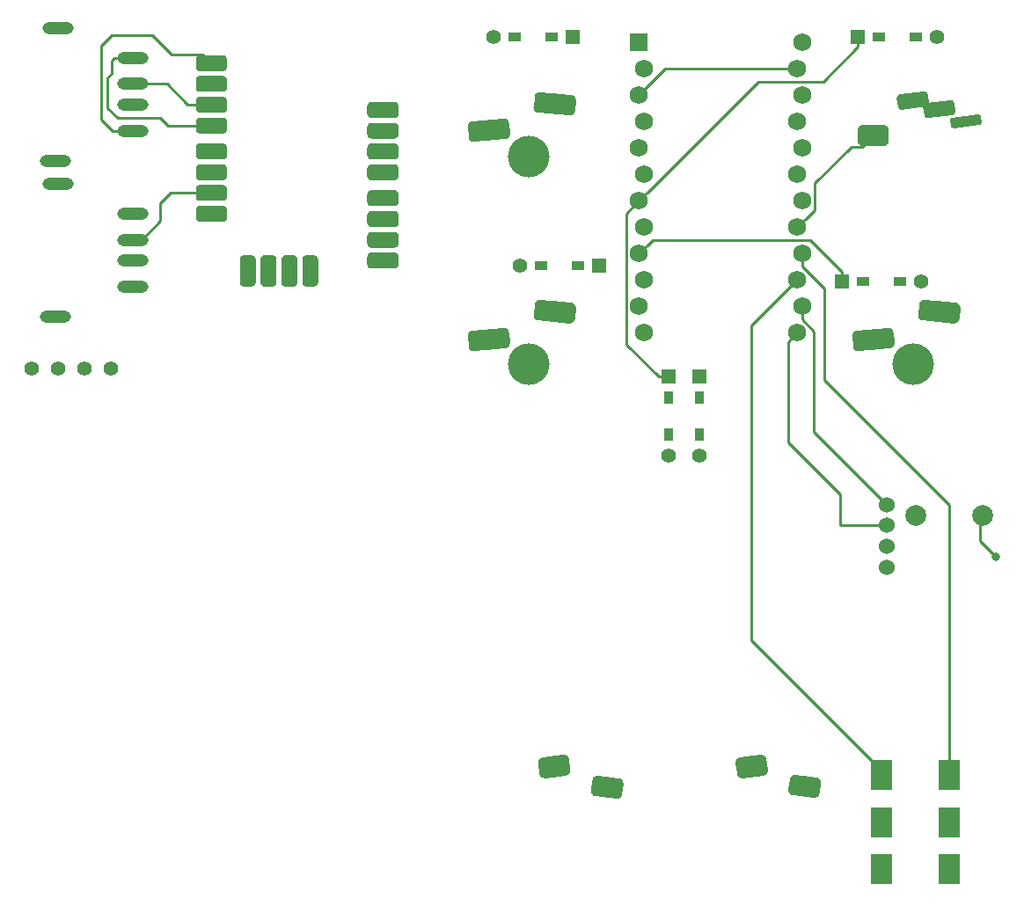
<source format=gbr>
G04 #@! TF.GenerationSoftware,KiCad,Pcbnew,(5.1.2)-2*
G04 #@! TF.CreationDate,2019-07-15T17:49:31+09:00*
G04 #@! TF.ProjectId,meishi,6d656973-6869-42e6-9b69-6361645f7063,rev?*
G04 #@! TF.SameCoordinates,Original*
G04 #@! TF.FileFunction,Copper,L2,Bot*
G04 #@! TF.FilePolarity,Positive*
%FSLAX46Y46*%
G04 Gerber Fmt 4.6, Leading zero omitted, Abs format (unit mm)*
G04 Created by KiCad (PCBNEW (5.1.2)-2) date 2019-07-15 17:49:31*
%MOMM*%
%LPD*%
G04 APERTURE LIST*
%ADD10C,1.397000*%
%ADD11C,1.524000*%
%ADD12C,0.100000*%
%ADD13O,3.000000X1.200000*%
%ADD14R,1.300000X0.950000*%
%ADD15R,1.397000X1.397000*%
%ADD16R,0.950000X1.300000*%
%ADD17C,2.000000*%
%ADD18C,1.500000*%
%ADD19C,1.000000*%
%ADD20C,4.000000*%
%ADD21R,2.000000X3.000000*%
%ADD22C,1.752600*%
%ADD23R,1.752600X1.752600*%
%ADD24C,0.800000*%
%ADD25C,0.250000*%
G04 APERTURE END LIST*
D10*
X75820000Y-84900000D03*
X73280000Y-84900000D03*
X70740000Y-84900000D03*
X68200000Y-84900000D03*
D11*
X150500000Y-98000000D03*
X150500000Y-100000000D03*
X150500000Y-102000000D03*
X150500000Y-104000000D03*
D12*
G36*
X103156345Y-59239835D02*
G01*
X103193329Y-59245321D01*
X103229598Y-59254406D01*
X103264802Y-59267002D01*
X103298602Y-59282988D01*
X103330672Y-59302210D01*
X103360704Y-59324483D01*
X103388408Y-59349592D01*
X103413517Y-59377296D01*
X103435790Y-59407328D01*
X103455012Y-59439398D01*
X103470998Y-59473198D01*
X103483594Y-59508402D01*
X103492679Y-59544671D01*
X103498165Y-59581655D01*
X103500000Y-59619000D01*
X103500000Y-60381000D01*
X103498165Y-60418345D01*
X103492679Y-60455329D01*
X103483594Y-60491598D01*
X103470998Y-60526802D01*
X103455012Y-60560602D01*
X103435790Y-60592672D01*
X103413517Y-60622704D01*
X103388408Y-60650408D01*
X103360704Y-60675517D01*
X103330672Y-60697790D01*
X103298602Y-60717012D01*
X103264802Y-60732998D01*
X103229598Y-60745594D01*
X103193329Y-60754679D01*
X103156345Y-60760165D01*
X103119000Y-60762000D01*
X100881000Y-60762000D01*
X100843655Y-60760165D01*
X100806671Y-60754679D01*
X100770402Y-60745594D01*
X100735198Y-60732998D01*
X100701398Y-60717012D01*
X100669328Y-60697790D01*
X100639296Y-60675517D01*
X100611592Y-60650408D01*
X100586483Y-60622704D01*
X100564210Y-60592672D01*
X100544988Y-60560602D01*
X100529002Y-60526802D01*
X100516406Y-60491598D01*
X100507321Y-60455329D01*
X100501835Y-60418345D01*
X100500000Y-60381000D01*
X100500000Y-59619000D01*
X100501835Y-59581655D01*
X100507321Y-59544671D01*
X100516406Y-59508402D01*
X100529002Y-59473198D01*
X100544988Y-59439398D01*
X100564210Y-59407328D01*
X100586483Y-59377296D01*
X100611592Y-59349592D01*
X100639296Y-59324483D01*
X100669328Y-59302210D01*
X100701398Y-59282988D01*
X100735198Y-59267002D01*
X100770402Y-59254406D01*
X100806671Y-59245321D01*
X100843655Y-59239835D01*
X100881000Y-59238000D01*
X103119000Y-59238000D01*
X103156345Y-59239835D01*
X103156345Y-59239835D01*
G37*
D11*
X102000000Y-60000000D03*
D12*
G36*
X103156345Y-61239835D02*
G01*
X103193329Y-61245321D01*
X103229598Y-61254406D01*
X103264802Y-61267002D01*
X103298602Y-61282988D01*
X103330672Y-61302210D01*
X103360704Y-61324483D01*
X103388408Y-61349592D01*
X103413517Y-61377296D01*
X103435790Y-61407328D01*
X103455012Y-61439398D01*
X103470998Y-61473198D01*
X103483594Y-61508402D01*
X103492679Y-61544671D01*
X103498165Y-61581655D01*
X103500000Y-61619000D01*
X103500000Y-62381000D01*
X103498165Y-62418345D01*
X103492679Y-62455329D01*
X103483594Y-62491598D01*
X103470998Y-62526802D01*
X103455012Y-62560602D01*
X103435790Y-62592672D01*
X103413517Y-62622704D01*
X103388408Y-62650408D01*
X103360704Y-62675517D01*
X103330672Y-62697790D01*
X103298602Y-62717012D01*
X103264802Y-62732998D01*
X103229598Y-62745594D01*
X103193329Y-62754679D01*
X103156345Y-62760165D01*
X103119000Y-62762000D01*
X100881000Y-62762000D01*
X100843655Y-62760165D01*
X100806671Y-62754679D01*
X100770402Y-62745594D01*
X100735198Y-62732998D01*
X100701398Y-62717012D01*
X100669328Y-62697790D01*
X100639296Y-62675517D01*
X100611592Y-62650408D01*
X100586483Y-62622704D01*
X100564210Y-62592672D01*
X100544988Y-62560602D01*
X100529002Y-62526802D01*
X100516406Y-62491598D01*
X100507321Y-62455329D01*
X100501835Y-62418345D01*
X100500000Y-62381000D01*
X100500000Y-61619000D01*
X100501835Y-61581655D01*
X100507321Y-61544671D01*
X100516406Y-61508402D01*
X100529002Y-61473198D01*
X100544988Y-61439398D01*
X100564210Y-61407328D01*
X100586483Y-61377296D01*
X100611592Y-61349592D01*
X100639296Y-61324483D01*
X100669328Y-61302210D01*
X100701398Y-61282988D01*
X100735198Y-61267002D01*
X100770402Y-61254406D01*
X100806671Y-61245321D01*
X100843655Y-61239835D01*
X100881000Y-61238000D01*
X103119000Y-61238000D01*
X103156345Y-61239835D01*
X103156345Y-61239835D01*
G37*
D11*
X102000000Y-62000000D03*
D12*
G36*
X103156345Y-63239835D02*
G01*
X103193329Y-63245321D01*
X103229598Y-63254406D01*
X103264802Y-63267002D01*
X103298602Y-63282988D01*
X103330672Y-63302210D01*
X103360704Y-63324483D01*
X103388408Y-63349592D01*
X103413517Y-63377296D01*
X103435790Y-63407328D01*
X103455012Y-63439398D01*
X103470998Y-63473198D01*
X103483594Y-63508402D01*
X103492679Y-63544671D01*
X103498165Y-63581655D01*
X103500000Y-63619000D01*
X103500000Y-64381000D01*
X103498165Y-64418345D01*
X103492679Y-64455329D01*
X103483594Y-64491598D01*
X103470998Y-64526802D01*
X103455012Y-64560602D01*
X103435790Y-64592672D01*
X103413517Y-64622704D01*
X103388408Y-64650408D01*
X103360704Y-64675517D01*
X103330672Y-64697790D01*
X103298602Y-64717012D01*
X103264802Y-64732998D01*
X103229598Y-64745594D01*
X103193329Y-64754679D01*
X103156345Y-64760165D01*
X103119000Y-64762000D01*
X100881000Y-64762000D01*
X100843655Y-64760165D01*
X100806671Y-64754679D01*
X100770402Y-64745594D01*
X100735198Y-64732998D01*
X100701398Y-64717012D01*
X100669328Y-64697790D01*
X100639296Y-64675517D01*
X100611592Y-64650408D01*
X100586483Y-64622704D01*
X100564210Y-64592672D01*
X100544988Y-64560602D01*
X100529002Y-64526802D01*
X100516406Y-64491598D01*
X100507321Y-64455329D01*
X100501835Y-64418345D01*
X100500000Y-64381000D01*
X100500000Y-63619000D01*
X100501835Y-63581655D01*
X100507321Y-63544671D01*
X100516406Y-63508402D01*
X100529002Y-63473198D01*
X100544988Y-63439398D01*
X100564210Y-63407328D01*
X100586483Y-63377296D01*
X100611592Y-63349592D01*
X100639296Y-63324483D01*
X100669328Y-63302210D01*
X100701398Y-63282988D01*
X100735198Y-63267002D01*
X100770402Y-63254406D01*
X100806671Y-63245321D01*
X100843655Y-63239835D01*
X100881000Y-63238000D01*
X103119000Y-63238000D01*
X103156345Y-63239835D01*
X103156345Y-63239835D01*
G37*
D11*
X102000000Y-64000000D03*
D12*
G36*
X103156345Y-65239835D02*
G01*
X103193329Y-65245321D01*
X103229598Y-65254406D01*
X103264802Y-65267002D01*
X103298602Y-65282988D01*
X103330672Y-65302210D01*
X103360704Y-65324483D01*
X103388408Y-65349592D01*
X103413517Y-65377296D01*
X103435790Y-65407328D01*
X103455012Y-65439398D01*
X103470998Y-65473198D01*
X103483594Y-65508402D01*
X103492679Y-65544671D01*
X103498165Y-65581655D01*
X103500000Y-65619000D01*
X103500000Y-66381000D01*
X103498165Y-66418345D01*
X103492679Y-66455329D01*
X103483594Y-66491598D01*
X103470998Y-66526802D01*
X103455012Y-66560602D01*
X103435790Y-66592672D01*
X103413517Y-66622704D01*
X103388408Y-66650408D01*
X103360704Y-66675517D01*
X103330672Y-66697790D01*
X103298602Y-66717012D01*
X103264802Y-66732998D01*
X103229598Y-66745594D01*
X103193329Y-66754679D01*
X103156345Y-66760165D01*
X103119000Y-66762000D01*
X100881000Y-66762000D01*
X100843655Y-66760165D01*
X100806671Y-66754679D01*
X100770402Y-66745594D01*
X100735198Y-66732998D01*
X100701398Y-66717012D01*
X100669328Y-66697790D01*
X100639296Y-66675517D01*
X100611592Y-66650408D01*
X100586483Y-66622704D01*
X100564210Y-66592672D01*
X100544988Y-66560602D01*
X100529002Y-66526802D01*
X100516406Y-66491598D01*
X100507321Y-66455329D01*
X100501835Y-66418345D01*
X100500000Y-66381000D01*
X100500000Y-65619000D01*
X100501835Y-65581655D01*
X100507321Y-65544671D01*
X100516406Y-65508402D01*
X100529002Y-65473198D01*
X100544988Y-65439398D01*
X100564210Y-65407328D01*
X100586483Y-65377296D01*
X100611592Y-65349592D01*
X100639296Y-65324483D01*
X100669328Y-65302210D01*
X100701398Y-65282988D01*
X100735198Y-65267002D01*
X100770402Y-65254406D01*
X100806671Y-65245321D01*
X100843655Y-65239835D01*
X100881000Y-65238000D01*
X103119000Y-65238000D01*
X103156345Y-65239835D01*
X103156345Y-65239835D01*
G37*
D11*
X102000000Y-66000000D03*
D12*
G36*
X103156345Y-67739835D02*
G01*
X103193329Y-67745321D01*
X103229598Y-67754406D01*
X103264802Y-67767002D01*
X103298602Y-67782988D01*
X103330672Y-67802210D01*
X103360704Y-67824483D01*
X103388408Y-67849592D01*
X103413517Y-67877296D01*
X103435790Y-67907328D01*
X103455012Y-67939398D01*
X103470998Y-67973198D01*
X103483594Y-68008402D01*
X103492679Y-68044671D01*
X103498165Y-68081655D01*
X103500000Y-68119000D01*
X103500000Y-68881000D01*
X103498165Y-68918345D01*
X103492679Y-68955329D01*
X103483594Y-68991598D01*
X103470998Y-69026802D01*
X103455012Y-69060602D01*
X103435790Y-69092672D01*
X103413517Y-69122704D01*
X103388408Y-69150408D01*
X103360704Y-69175517D01*
X103330672Y-69197790D01*
X103298602Y-69217012D01*
X103264802Y-69232998D01*
X103229598Y-69245594D01*
X103193329Y-69254679D01*
X103156345Y-69260165D01*
X103119000Y-69262000D01*
X100881000Y-69262000D01*
X100843655Y-69260165D01*
X100806671Y-69254679D01*
X100770402Y-69245594D01*
X100735198Y-69232998D01*
X100701398Y-69217012D01*
X100669328Y-69197790D01*
X100639296Y-69175517D01*
X100611592Y-69150408D01*
X100586483Y-69122704D01*
X100564210Y-69092672D01*
X100544988Y-69060602D01*
X100529002Y-69026802D01*
X100516406Y-68991598D01*
X100507321Y-68955329D01*
X100501835Y-68918345D01*
X100500000Y-68881000D01*
X100500000Y-68119000D01*
X100501835Y-68081655D01*
X100507321Y-68044671D01*
X100516406Y-68008402D01*
X100529002Y-67973198D01*
X100544988Y-67939398D01*
X100564210Y-67907328D01*
X100586483Y-67877296D01*
X100611592Y-67849592D01*
X100639296Y-67824483D01*
X100669328Y-67802210D01*
X100701398Y-67782988D01*
X100735198Y-67767002D01*
X100770402Y-67754406D01*
X100806671Y-67745321D01*
X100843655Y-67739835D01*
X100881000Y-67738000D01*
X103119000Y-67738000D01*
X103156345Y-67739835D01*
X103156345Y-67739835D01*
G37*
D11*
X102000000Y-68500000D03*
D12*
G36*
X103156345Y-69739835D02*
G01*
X103193329Y-69745321D01*
X103229598Y-69754406D01*
X103264802Y-69767002D01*
X103298602Y-69782988D01*
X103330672Y-69802210D01*
X103360704Y-69824483D01*
X103388408Y-69849592D01*
X103413517Y-69877296D01*
X103435790Y-69907328D01*
X103455012Y-69939398D01*
X103470998Y-69973198D01*
X103483594Y-70008402D01*
X103492679Y-70044671D01*
X103498165Y-70081655D01*
X103500000Y-70119000D01*
X103500000Y-70881000D01*
X103498165Y-70918345D01*
X103492679Y-70955329D01*
X103483594Y-70991598D01*
X103470998Y-71026802D01*
X103455012Y-71060602D01*
X103435790Y-71092672D01*
X103413517Y-71122704D01*
X103388408Y-71150408D01*
X103360704Y-71175517D01*
X103330672Y-71197790D01*
X103298602Y-71217012D01*
X103264802Y-71232998D01*
X103229598Y-71245594D01*
X103193329Y-71254679D01*
X103156345Y-71260165D01*
X103119000Y-71262000D01*
X100881000Y-71262000D01*
X100843655Y-71260165D01*
X100806671Y-71254679D01*
X100770402Y-71245594D01*
X100735198Y-71232998D01*
X100701398Y-71217012D01*
X100669328Y-71197790D01*
X100639296Y-71175517D01*
X100611592Y-71150408D01*
X100586483Y-71122704D01*
X100564210Y-71092672D01*
X100544988Y-71060602D01*
X100529002Y-71026802D01*
X100516406Y-70991598D01*
X100507321Y-70955329D01*
X100501835Y-70918345D01*
X100500000Y-70881000D01*
X100500000Y-70119000D01*
X100501835Y-70081655D01*
X100507321Y-70044671D01*
X100516406Y-70008402D01*
X100529002Y-69973198D01*
X100544988Y-69939398D01*
X100564210Y-69907328D01*
X100586483Y-69877296D01*
X100611592Y-69849592D01*
X100639296Y-69824483D01*
X100669328Y-69802210D01*
X100701398Y-69782988D01*
X100735198Y-69767002D01*
X100770402Y-69754406D01*
X100806671Y-69745321D01*
X100843655Y-69739835D01*
X100881000Y-69738000D01*
X103119000Y-69738000D01*
X103156345Y-69739835D01*
X103156345Y-69739835D01*
G37*
D11*
X102000000Y-70500000D03*
D12*
G36*
X103156345Y-71739835D02*
G01*
X103193329Y-71745321D01*
X103229598Y-71754406D01*
X103264802Y-71767002D01*
X103298602Y-71782988D01*
X103330672Y-71802210D01*
X103360704Y-71824483D01*
X103388408Y-71849592D01*
X103413517Y-71877296D01*
X103435790Y-71907328D01*
X103455012Y-71939398D01*
X103470998Y-71973198D01*
X103483594Y-72008402D01*
X103492679Y-72044671D01*
X103498165Y-72081655D01*
X103500000Y-72119000D01*
X103500000Y-72881000D01*
X103498165Y-72918345D01*
X103492679Y-72955329D01*
X103483594Y-72991598D01*
X103470998Y-73026802D01*
X103455012Y-73060602D01*
X103435790Y-73092672D01*
X103413517Y-73122704D01*
X103388408Y-73150408D01*
X103360704Y-73175517D01*
X103330672Y-73197790D01*
X103298602Y-73217012D01*
X103264802Y-73232998D01*
X103229598Y-73245594D01*
X103193329Y-73254679D01*
X103156345Y-73260165D01*
X103119000Y-73262000D01*
X100881000Y-73262000D01*
X100843655Y-73260165D01*
X100806671Y-73254679D01*
X100770402Y-73245594D01*
X100735198Y-73232998D01*
X100701398Y-73217012D01*
X100669328Y-73197790D01*
X100639296Y-73175517D01*
X100611592Y-73150408D01*
X100586483Y-73122704D01*
X100564210Y-73092672D01*
X100544988Y-73060602D01*
X100529002Y-73026802D01*
X100516406Y-72991598D01*
X100507321Y-72955329D01*
X100501835Y-72918345D01*
X100500000Y-72881000D01*
X100500000Y-72119000D01*
X100501835Y-72081655D01*
X100507321Y-72044671D01*
X100516406Y-72008402D01*
X100529002Y-71973198D01*
X100544988Y-71939398D01*
X100564210Y-71907328D01*
X100586483Y-71877296D01*
X100611592Y-71849592D01*
X100639296Y-71824483D01*
X100669328Y-71802210D01*
X100701398Y-71782988D01*
X100735198Y-71767002D01*
X100770402Y-71754406D01*
X100806671Y-71745321D01*
X100843655Y-71739835D01*
X100881000Y-71738000D01*
X103119000Y-71738000D01*
X103156345Y-71739835D01*
X103156345Y-71739835D01*
G37*
D11*
X102000000Y-72500000D03*
D12*
G36*
X103156345Y-73739835D02*
G01*
X103193329Y-73745321D01*
X103229598Y-73754406D01*
X103264802Y-73767002D01*
X103298602Y-73782988D01*
X103330672Y-73802210D01*
X103360704Y-73824483D01*
X103388408Y-73849592D01*
X103413517Y-73877296D01*
X103435790Y-73907328D01*
X103455012Y-73939398D01*
X103470998Y-73973198D01*
X103483594Y-74008402D01*
X103492679Y-74044671D01*
X103498165Y-74081655D01*
X103500000Y-74119000D01*
X103500000Y-74881000D01*
X103498165Y-74918345D01*
X103492679Y-74955329D01*
X103483594Y-74991598D01*
X103470998Y-75026802D01*
X103455012Y-75060602D01*
X103435790Y-75092672D01*
X103413517Y-75122704D01*
X103388408Y-75150408D01*
X103360704Y-75175517D01*
X103330672Y-75197790D01*
X103298602Y-75217012D01*
X103264802Y-75232998D01*
X103229598Y-75245594D01*
X103193329Y-75254679D01*
X103156345Y-75260165D01*
X103119000Y-75262000D01*
X100881000Y-75262000D01*
X100843655Y-75260165D01*
X100806671Y-75254679D01*
X100770402Y-75245594D01*
X100735198Y-75232998D01*
X100701398Y-75217012D01*
X100669328Y-75197790D01*
X100639296Y-75175517D01*
X100611592Y-75150408D01*
X100586483Y-75122704D01*
X100564210Y-75092672D01*
X100544988Y-75060602D01*
X100529002Y-75026802D01*
X100516406Y-74991598D01*
X100507321Y-74955329D01*
X100501835Y-74918345D01*
X100500000Y-74881000D01*
X100500000Y-74119000D01*
X100501835Y-74081655D01*
X100507321Y-74044671D01*
X100516406Y-74008402D01*
X100529002Y-73973198D01*
X100544988Y-73939398D01*
X100564210Y-73907328D01*
X100586483Y-73877296D01*
X100611592Y-73849592D01*
X100639296Y-73824483D01*
X100669328Y-73802210D01*
X100701398Y-73782988D01*
X100735198Y-73767002D01*
X100770402Y-73754406D01*
X100806671Y-73745321D01*
X100843655Y-73739835D01*
X100881000Y-73738000D01*
X103119000Y-73738000D01*
X103156345Y-73739835D01*
X103156345Y-73739835D01*
G37*
D11*
X102000000Y-74500000D03*
D12*
G36*
X86656345Y-69239835D02*
G01*
X86693329Y-69245321D01*
X86729598Y-69254406D01*
X86764802Y-69267002D01*
X86798602Y-69282988D01*
X86830672Y-69302210D01*
X86860704Y-69324483D01*
X86888408Y-69349592D01*
X86913517Y-69377296D01*
X86935790Y-69407328D01*
X86955012Y-69439398D01*
X86970998Y-69473198D01*
X86983594Y-69508402D01*
X86992679Y-69544671D01*
X86998165Y-69581655D01*
X87000000Y-69619000D01*
X87000000Y-70381000D01*
X86998165Y-70418345D01*
X86992679Y-70455329D01*
X86983594Y-70491598D01*
X86970998Y-70526802D01*
X86955012Y-70560602D01*
X86935790Y-70592672D01*
X86913517Y-70622704D01*
X86888408Y-70650408D01*
X86860704Y-70675517D01*
X86830672Y-70697790D01*
X86798602Y-70717012D01*
X86764802Y-70732998D01*
X86729598Y-70745594D01*
X86693329Y-70754679D01*
X86656345Y-70760165D01*
X86619000Y-70762000D01*
X84381000Y-70762000D01*
X84343655Y-70760165D01*
X84306671Y-70754679D01*
X84270402Y-70745594D01*
X84235198Y-70732998D01*
X84201398Y-70717012D01*
X84169328Y-70697790D01*
X84139296Y-70675517D01*
X84111592Y-70650408D01*
X84086483Y-70622704D01*
X84064210Y-70592672D01*
X84044988Y-70560602D01*
X84029002Y-70526802D01*
X84016406Y-70491598D01*
X84007321Y-70455329D01*
X84001835Y-70418345D01*
X84000000Y-70381000D01*
X84000000Y-69619000D01*
X84001835Y-69581655D01*
X84007321Y-69544671D01*
X84016406Y-69508402D01*
X84029002Y-69473198D01*
X84044988Y-69439398D01*
X84064210Y-69407328D01*
X84086483Y-69377296D01*
X84111592Y-69349592D01*
X84139296Y-69324483D01*
X84169328Y-69302210D01*
X84201398Y-69282988D01*
X84235198Y-69267002D01*
X84270402Y-69254406D01*
X84306671Y-69245321D01*
X84343655Y-69239835D01*
X84381000Y-69238000D01*
X86619000Y-69238000D01*
X86656345Y-69239835D01*
X86656345Y-69239835D01*
G37*
D11*
X85500000Y-70000000D03*
D12*
G36*
X86656345Y-67239835D02*
G01*
X86693329Y-67245321D01*
X86729598Y-67254406D01*
X86764802Y-67267002D01*
X86798602Y-67282988D01*
X86830672Y-67302210D01*
X86860704Y-67324483D01*
X86888408Y-67349592D01*
X86913517Y-67377296D01*
X86935790Y-67407328D01*
X86955012Y-67439398D01*
X86970998Y-67473198D01*
X86983594Y-67508402D01*
X86992679Y-67544671D01*
X86998165Y-67581655D01*
X87000000Y-67619000D01*
X87000000Y-68381000D01*
X86998165Y-68418345D01*
X86992679Y-68455329D01*
X86983594Y-68491598D01*
X86970998Y-68526802D01*
X86955012Y-68560602D01*
X86935790Y-68592672D01*
X86913517Y-68622704D01*
X86888408Y-68650408D01*
X86860704Y-68675517D01*
X86830672Y-68697790D01*
X86798602Y-68717012D01*
X86764802Y-68732998D01*
X86729598Y-68745594D01*
X86693329Y-68754679D01*
X86656345Y-68760165D01*
X86619000Y-68762000D01*
X84381000Y-68762000D01*
X84343655Y-68760165D01*
X84306671Y-68754679D01*
X84270402Y-68745594D01*
X84235198Y-68732998D01*
X84201398Y-68717012D01*
X84169328Y-68697790D01*
X84139296Y-68675517D01*
X84111592Y-68650408D01*
X84086483Y-68622704D01*
X84064210Y-68592672D01*
X84044988Y-68560602D01*
X84029002Y-68526802D01*
X84016406Y-68491598D01*
X84007321Y-68455329D01*
X84001835Y-68418345D01*
X84000000Y-68381000D01*
X84000000Y-67619000D01*
X84001835Y-67581655D01*
X84007321Y-67544671D01*
X84016406Y-67508402D01*
X84029002Y-67473198D01*
X84044988Y-67439398D01*
X84064210Y-67407328D01*
X84086483Y-67377296D01*
X84111592Y-67349592D01*
X84139296Y-67324483D01*
X84169328Y-67302210D01*
X84201398Y-67282988D01*
X84235198Y-67267002D01*
X84270402Y-67254406D01*
X84306671Y-67245321D01*
X84343655Y-67239835D01*
X84381000Y-67238000D01*
X86619000Y-67238000D01*
X86656345Y-67239835D01*
X86656345Y-67239835D01*
G37*
D11*
X85500000Y-68000000D03*
D12*
G36*
X86656345Y-65239835D02*
G01*
X86693329Y-65245321D01*
X86729598Y-65254406D01*
X86764802Y-65267002D01*
X86798602Y-65282988D01*
X86830672Y-65302210D01*
X86860704Y-65324483D01*
X86888408Y-65349592D01*
X86913517Y-65377296D01*
X86935790Y-65407328D01*
X86955012Y-65439398D01*
X86970998Y-65473198D01*
X86983594Y-65508402D01*
X86992679Y-65544671D01*
X86998165Y-65581655D01*
X87000000Y-65619000D01*
X87000000Y-66381000D01*
X86998165Y-66418345D01*
X86992679Y-66455329D01*
X86983594Y-66491598D01*
X86970998Y-66526802D01*
X86955012Y-66560602D01*
X86935790Y-66592672D01*
X86913517Y-66622704D01*
X86888408Y-66650408D01*
X86860704Y-66675517D01*
X86830672Y-66697790D01*
X86798602Y-66717012D01*
X86764802Y-66732998D01*
X86729598Y-66745594D01*
X86693329Y-66754679D01*
X86656345Y-66760165D01*
X86619000Y-66762000D01*
X84381000Y-66762000D01*
X84343655Y-66760165D01*
X84306671Y-66754679D01*
X84270402Y-66745594D01*
X84235198Y-66732998D01*
X84201398Y-66717012D01*
X84169328Y-66697790D01*
X84139296Y-66675517D01*
X84111592Y-66650408D01*
X84086483Y-66622704D01*
X84064210Y-66592672D01*
X84044988Y-66560602D01*
X84029002Y-66526802D01*
X84016406Y-66491598D01*
X84007321Y-66455329D01*
X84001835Y-66418345D01*
X84000000Y-66381000D01*
X84000000Y-65619000D01*
X84001835Y-65581655D01*
X84007321Y-65544671D01*
X84016406Y-65508402D01*
X84029002Y-65473198D01*
X84044988Y-65439398D01*
X84064210Y-65407328D01*
X84086483Y-65377296D01*
X84111592Y-65349592D01*
X84139296Y-65324483D01*
X84169328Y-65302210D01*
X84201398Y-65282988D01*
X84235198Y-65267002D01*
X84270402Y-65254406D01*
X84306671Y-65245321D01*
X84343655Y-65239835D01*
X84381000Y-65238000D01*
X86619000Y-65238000D01*
X86656345Y-65239835D01*
X86656345Y-65239835D01*
G37*
D11*
X85500000Y-66000000D03*
D12*
G36*
X86656345Y-63239835D02*
G01*
X86693329Y-63245321D01*
X86729598Y-63254406D01*
X86764802Y-63267002D01*
X86798602Y-63282988D01*
X86830672Y-63302210D01*
X86860704Y-63324483D01*
X86888408Y-63349592D01*
X86913517Y-63377296D01*
X86935790Y-63407328D01*
X86955012Y-63439398D01*
X86970998Y-63473198D01*
X86983594Y-63508402D01*
X86992679Y-63544671D01*
X86998165Y-63581655D01*
X87000000Y-63619000D01*
X87000000Y-64381000D01*
X86998165Y-64418345D01*
X86992679Y-64455329D01*
X86983594Y-64491598D01*
X86970998Y-64526802D01*
X86955012Y-64560602D01*
X86935790Y-64592672D01*
X86913517Y-64622704D01*
X86888408Y-64650408D01*
X86860704Y-64675517D01*
X86830672Y-64697790D01*
X86798602Y-64717012D01*
X86764802Y-64732998D01*
X86729598Y-64745594D01*
X86693329Y-64754679D01*
X86656345Y-64760165D01*
X86619000Y-64762000D01*
X84381000Y-64762000D01*
X84343655Y-64760165D01*
X84306671Y-64754679D01*
X84270402Y-64745594D01*
X84235198Y-64732998D01*
X84201398Y-64717012D01*
X84169328Y-64697790D01*
X84139296Y-64675517D01*
X84111592Y-64650408D01*
X84086483Y-64622704D01*
X84064210Y-64592672D01*
X84044988Y-64560602D01*
X84029002Y-64526802D01*
X84016406Y-64491598D01*
X84007321Y-64455329D01*
X84001835Y-64418345D01*
X84000000Y-64381000D01*
X84000000Y-63619000D01*
X84001835Y-63581655D01*
X84007321Y-63544671D01*
X84016406Y-63508402D01*
X84029002Y-63473198D01*
X84044988Y-63439398D01*
X84064210Y-63407328D01*
X84086483Y-63377296D01*
X84111592Y-63349592D01*
X84139296Y-63324483D01*
X84169328Y-63302210D01*
X84201398Y-63282988D01*
X84235198Y-63267002D01*
X84270402Y-63254406D01*
X84306671Y-63245321D01*
X84343655Y-63239835D01*
X84381000Y-63238000D01*
X86619000Y-63238000D01*
X86656345Y-63239835D01*
X86656345Y-63239835D01*
G37*
D11*
X85500000Y-64000000D03*
D12*
G36*
X86656345Y-60739835D02*
G01*
X86693329Y-60745321D01*
X86729598Y-60754406D01*
X86764802Y-60767002D01*
X86798602Y-60782988D01*
X86830672Y-60802210D01*
X86860704Y-60824483D01*
X86888408Y-60849592D01*
X86913517Y-60877296D01*
X86935790Y-60907328D01*
X86955012Y-60939398D01*
X86970998Y-60973198D01*
X86983594Y-61008402D01*
X86992679Y-61044671D01*
X86998165Y-61081655D01*
X87000000Y-61119000D01*
X87000000Y-61881000D01*
X86998165Y-61918345D01*
X86992679Y-61955329D01*
X86983594Y-61991598D01*
X86970998Y-62026802D01*
X86955012Y-62060602D01*
X86935790Y-62092672D01*
X86913517Y-62122704D01*
X86888408Y-62150408D01*
X86860704Y-62175517D01*
X86830672Y-62197790D01*
X86798602Y-62217012D01*
X86764802Y-62232998D01*
X86729598Y-62245594D01*
X86693329Y-62254679D01*
X86656345Y-62260165D01*
X86619000Y-62262000D01*
X84381000Y-62262000D01*
X84343655Y-62260165D01*
X84306671Y-62254679D01*
X84270402Y-62245594D01*
X84235198Y-62232998D01*
X84201398Y-62217012D01*
X84169328Y-62197790D01*
X84139296Y-62175517D01*
X84111592Y-62150408D01*
X84086483Y-62122704D01*
X84064210Y-62092672D01*
X84044988Y-62060602D01*
X84029002Y-62026802D01*
X84016406Y-61991598D01*
X84007321Y-61955329D01*
X84001835Y-61918345D01*
X84000000Y-61881000D01*
X84000000Y-61119000D01*
X84001835Y-61081655D01*
X84007321Y-61044671D01*
X84016406Y-61008402D01*
X84029002Y-60973198D01*
X84044988Y-60939398D01*
X84064210Y-60907328D01*
X84086483Y-60877296D01*
X84111592Y-60849592D01*
X84139296Y-60824483D01*
X84169328Y-60802210D01*
X84201398Y-60782988D01*
X84235198Y-60767002D01*
X84270402Y-60754406D01*
X84306671Y-60745321D01*
X84343655Y-60739835D01*
X84381000Y-60738000D01*
X86619000Y-60738000D01*
X86656345Y-60739835D01*
X86656345Y-60739835D01*
G37*
D11*
X85500000Y-61500000D03*
D12*
G36*
X86656345Y-58739835D02*
G01*
X86693329Y-58745321D01*
X86729598Y-58754406D01*
X86764802Y-58767002D01*
X86798602Y-58782988D01*
X86830672Y-58802210D01*
X86860704Y-58824483D01*
X86888408Y-58849592D01*
X86913517Y-58877296D01*
X86935790Y-58907328D01*
X86955012Y-58939398D01*
X86970998Y-58973198D01*
X86983594Y-59008402D01*
X86992679Y-59044671D01*
X86998165Y-59081655D01*
X87000000Y-59119000D01*
X87000000Y-59881000D01*
X86998165Y-59918345D01*
X86992679Y-59955329D01*
X86983594Y-59991598D01*
X86970998Y-60026802D01*
X86955012Y-60060602D01*
X86935790Y-60092672D01*
X86913517Y-60122704D01*
X86888408Y-60150408D01*
X86860704Y-60175517D01*
X86830672Y-60197790D01*
X86798602Y-60217012D01*
X86764802Y-60232998D01*
X86729598Y-60245594D01*
X86693329Y-60254679D01*
X86656345Y-60260165D01*
X86619000Y-60262000D01*
X84381000Y-60262000D01*
X84343655Y-60260165D01*
X84306671Y-60254679D01*
X84270402Y-60245594D01*
X84235198Y-60232998D01*
X84201398Y-60217012D01*
X84169328Y-60197790D01*
X84139296Y-60175517D01*
X84111592Y-60150408D01*
X84086483Y-60122704D01*
X84064210Y-60092672D01*
X84044988Y-60060602D01*
X84029002Y-60026802D01*
X84016406Y-59991598D01*
X84007321Y-59955329D01*
X84001835Y-59918345D01*
X84000000Y-59881000D01*
X84000000Y-59119000D01*
X84001835Y-59081655D01*
X84007321Y-59044671D01*
X84016406Y-59008402D01*
X84029002Y-58973198D01*
X84044988Y-58939398D01*
X84064210Y-58907328D01*
X84086483Y-58877296D01*
X84111592Y-58849592D01*
X84139296Y-58824483D01*
X84169328Y-58802210D01*
X84201398Y-58782988D01*
X84235198Y-58767002D01*
X84270402Y-58754406D01*
X84306671Y-58745321D01*
X84343655Y-58739835D01*
X84381000Y-58738000D01*
X86619000Y-58738000D01*
X86656345Y-58739835D01*
X86656345Y-58739835D01*
G37*
D11*
X85500000Y-59500000D03*
D12*
G36*
X86656345Y-56739835D02*
G01*
X86693329Y-56745321D01*
X86729598Y-56754406D01*
X86764802Y-56767002D01*
X86798602Y-56782988D01*
X86830672Y-56802210D01*
X86860704Y-56824483D01*
X86888408Y-56849592D01*
X86913517Y-56877296D01*
X86935790Y-56907328D01*
X86955012Y-56939398D01*
X86970998Y-56973198D01*
X86983594Y-57008402D01*
X86992679Y-57044671D01*
X86998165Y-57081655D01*
X87000000Y-57119000D01*
X87000000Y-57881000D01*
X86998165Y-57918345D01*
X86992679Y-57955329D01*
X86983594Y-57991598D01*
X86970998Y-58026802D01*
X86955012Y-58060602D01*
X86935790Y-58092672D01*
X86913517Y-58122704D01*
X86888408Y-58150408D01*
X86860704Y-58175517D01*
X86830672Y-58197790D01*
X86798602Y-58217012D01*
X86764802Y-58232998D01*
X86729598Y-58245594D01*
X86693329Y-58254679D01*
X86656345Y-58260165D01*
X86619000Y-58262000D01*
X84381000Y-58262000D01*
X84343655Y-58260165D01*
X84306671Y-58254679D01*
X84270402Y-58245594D01*
X84235198Y-58232998D01*
X84201398Y-58217012D01*
X84169328Y-58197790D01*
X84139296Y-58175517D01*
X84111592Y-58150408D01*
X84086483Y-58122704D01*
X84064210Y-58092672D01*
X84044988Y-58060602D01*
X84029002Y-58026802D01*
X84016406Y-57991598D01*
X84007321Y-57955329D01*
X84001835Y-57918345D01*
X84000000Y-57881000D01*
X84000000Y-57119000D01*
X84001835Y-57081655D01*
X84007321Y-57044671D01*
X84016406Y-57008402D01*
X84029002Y-56973198D01*
X84044988Y-56939398D01*
X84064210Y-56907328D01*
X84086483Y-56877296D01*
X84111592Y-56849592D01*
X84139296Y-56824483D01*
X84169328Y-56802210D01*
X84201398Y-56782988D01*
X84235198Y-56767002D01*
X84270402Y-56754406D01*
X84306671Y-56745321D01*
X84343655Y-56739835D01*
X84381000Y-56738000D01*
X86619000Y-56738000D01*
X86656345Y-56739835D01*
X86656345Y-56739835D01*
G37*
D11*
X85500000Y-57500000D03*
D12*
G36*
X86656345Y-54739835D02*
G01*
X86693329Y-54745321D01*
X86729598Y-54754406D01*
X86764802Y-54767002D01*
X86798602Y-54782988D01*
X86830672Y-54802210D01*
X86860704Y-54824483D01*
X86888408Y-54849592D01*
X86913517Y-54877296D01*
X86935790Y-54907328D01*
X86955012Y-54939398D01*
X86970998Y-54973198D01*
X86983594Y-55008402D01*
X86992679Y-55044671D01*
X86998165Y-55081655D01*
X87000000Y-55119000D01*
X87000000Y-55881000D01*
X86998165Y-55918345D01*
X86992679Y-55955329D01*
X86983594Y-55991598D01*
X86970998Y-56026802D01*
X86955012Y-56060602D01*
X86935790Y-56092672D01*
X86913517Y-56122704D01*
X86888408Y-56150408D01*
X86860704Y-56175517D01*
X86830672Y-56197790D01*
X86798602Y-56217012D01*
X86764802Y-56232998D01*
X86729598Y-56245594D01*
X86693329Y-56254679D01*
X86656345Y-56260165D01*
X86619000Y-56262000D01*
X84381000Y-56262000D01*
X84343655Y-56260165D01*
X84306671Y-56254679D01*
X84270402Y-56245594D01*
X84235198Y-56232998D01*
X84201398Y-56217012D01*
X84169328Y-56197790D01*
X84139296Y-56175517D01*
X84111592Y-56150408D01*
X84086483Y-56122704D01*
X84064210Y-56092672D01*
X84044988Y-56060602D01*
X84029002Y-56026802D01*
X84016406Y-55991598D01*
X84007321Y-55955329D01*
X84001835Y-55918345D01*
X84000000Y-55881000D01*
X84000000Y-55119000D01*
X84001835Y-55081655D01*
X84007321Y-55044671D01*
X84016406Y-55008402D01*
X84029002Y-54973198D01*
X84044988Y-54939398D01*
X84064210Y-54907328D01*
X84086483Y-54877296D01*
X84111592Y-54849592D01*
X84139296Y-54824483D01*
X84169328Y-54802210D01*
X84201398Y-54782988D01*
X84235198Y-54767002D01*
X84270402Y-54754406D01*
X84306671Y-54745321D01*
X84343655Y-54739835D01*
X84381000Y-54738000D01*
X86619000Y-54738000D01*
X86656345Y-54739835D01*
X86656345Y-54739835D01*
G37*
D11*
X85500000Y-55500000D03*
D12*
G36*
X95418345Y-74001835D02*
G01*
X95455329Y-74007321D01*
X95491598Y-74016406D01*
X95526802Y-74029002D01*
X95560602Y-74044988D01*
X95592672Y-74064210D01*
X95622704Y-74086483D01*
X95650408Y-74111592D01*
X95675517Y-74139296D01*
X95697790Y-74169328D01*
X95717012Y-74201398D01*
X95732998Y-74235198D01*
X95745594Y-74270402D01*
X95754679Y-74306671D01*
X95760165Y-74343655D01*
X95762000Y-74381000D01*
X95762000Y-76619000D01*
X95760165Y-76656345D01*
X95754679Y-76693329D01*
X95745594Y-76729598D01*
X95732998Y-76764802D01*
X95717012Y-76798602D01*
X95697790Y-76830672D01*
X95675517Y-76860704D01*
X95650408Y-76888408D01*
X95622704Y-76913517D01*
X95592672Y-76935790D01*
X95560602Y-76955012D01*
X95526802Y-76970998D01*
X95491598Y-76983594D01*
X95455329Y-76992679D01*
X95418345Y-76998165D01*
X95381000Y-77000000D01*
X94619000Y-77000000D01*
X94581655Y-76998165D01*
X94544671Y-76992679D01*
X94508402Y-76983594D01*
X94473198Y-76970998D01*
X94439398Y-76955012D01*
X94407328Y-76935790D01*
X94377296Y-76913517D01*
X94349592Y-76888408D01*
X94324483Y-76860704D01*
X94302210Y-76830672D01*
X94282988Y-76798602D01*
X94267002Y-76764802D01*
X94254406Y-76729598D01*
X94245321Y-76693329D01*
X94239835Y-76656345D01*
X94238000Y-76619000D01*
X94238000Y-74381000D01*
X94239835Y-74343655D01*
X94245321Y-74306671D01*
X94254406Y-74270402D01*
X94267002Y-74235198D01*
X94282988Y-74201398D01*
X94302210Y-74169328D01*
X94324483Y-74139296D01*
X94349592Y-74111592D01*
X94377296Y-74086483D01*
X94407328Y-74064210D01*
X94439398Y-74044988D01*
X94473198Y-74029002D01*
X94508402Y-74016406D01*
X94544671Y-74007321D01*
X94581655Y-74001835D01*
X94619000Y-74000000D01*
X95381000Y-74000000D01*
X95418345Y-74001835D01*
X95418345Y-74001835D01*
G37*
D11*
X95000000Y-75500000D03*
D12*
G36*
X93418345Y-74001835D02*
G01*
X93455329Y-74007321D01*
X93491598Y-74016406D01*
X93526802Y-74029002D01*
X93560602Y-74044988D01*
X93592672Y-74064210D01*
X93622704Y-74086483D01*
X93650408Y-74111592D01*
X93675517Y-74139296D01*
X93697790Y-74169328D01*
X93717012Y-74201398D01*
X93732998Y-74235198D01*
X93745594Y-74270402D01*
X93754679Y-74306671D01*
X93760165Y-74343655D01*
X93762000Y-74381000D01*
X93762000Y-76619000D01*
X93760165Y-76656345D01*
X93754679Y-76693329D01*
X93745594Y-76729598D01*
X93732998Y-76764802D01*
X93717012Y-76798602D01*
X93697790Y-76830672D01*
X93675517Y-76860704D01*
X93650408Y-76888408D01*
X93622704Y-76913517D01*
X93592672Y-76935790D01*
X93560602Y-76955012D01*
X93526802Y-76970998D01*
X93491598Y-76983594D01*
X93455329Y-76992679D01*
X93418345Y-76998165D01*
X93381000Y-77000000D01*
X92619000Y-77000000D01*
X92581655Y-76998165D01*
X92544671Y-76992679D01*
X92508402Y-76983594D01*
X92473198Y-76970998D01*
X92439398Y-76955012D01*
X92407328Y-76935790D01*
X92377296Y-76913517D01*
X92349592Y-76888408D01*
X92324483Y-76860704D01*
X92302210Y-76830672D01*
X92282988Y-76798602D01*
X92267002Y-76764802D01*
X92254406Y-76729598D01*
X92245321Y-76693329D01*
X92239835Y-76656345D01*
X92238000Y-76619000D01*
X92238000Y-74381000D01*
X92239835Y-74343655D01*
X92245321Y-74306671D01*
X92254406Y-74270402D01*
X92267002Y-74235198D01*
X92282988Y-74201398D01*
X92302210Y-74169328D01*
X92324483Y-74139296D01*
X92349592Y-74111592D01*
X92377296Y-74086483D01*
X92407328Y-74064210D01*
X92439398Y-74044988D01*
X92473198Y-74029002D01*
X92508402Y-74016406D01*
X92544671Y-74007321D01*
X92581655Y-74001835D01*
X92619000Y-74000000D01*
X93381000Y-74000000D01*
X93418345Y-74001835D01*
X93418345Y-74001835D01*
G37*
D11*
X93000000Y-75500000D03*
D12*
G36*
X91418345Y-74001835D02*
G01*
X91455329Y-74007321D01*
X91491598Y-74016406D01*
X91526802Y-74029002D01*
X91560602Y-74044988D01*
X91592672Y-74064210D01*
X91622704Y-74086483D01*
X91650408Y-74111592D01*
X91675517Y-74139296D01*
X91697790Y-74169328D01*
X91717012Y-74201398D01*
X91732998Y-74235198D01*
X91745594Y-74270402D01*
X91754679Y-74306671D01*
X91760165Y-74343655D01*
X91762000Y-74381000D01*
X91762000Y-76619000D01*
X91760165Y-76656345D01*
X91754679Y-76693329D01*
X91745594Y-76729598D01*
X91732998Y-76764802D01*
X91717012Y-76798602D01*
X91697790Y-76830672D01*
X91675517Y-76860704D01*
X91650408Y-76888408D01*
X91622704Y-76913517D01*
X91592672Y-76935790D01*
X91560602Y-76955012D01*
X91526802Y-76970998D01*
X91491598Y-76983594D01*
X91455329Y-76992679D01*
X91418345Y-76998165D01*
X91381000Y-77000000D01*
X90619000Y-77000000D01*
X90581655Y-76998165D01*
X90544671Y-76992679D01*
X90508402Y-76983594D01*
X90473198Y-76970998D01*
X90439398Y-76955012D01*
X90407328Y-76935790D01*
X90377296Y-76913517D01*
X90349592Y-76888408D01*
X90324483Y-76860704D01*
X90302210Y-76830672D01*
X90282988Y-76798602D01*
X90267002Y-76764802D01*
X90254406Y-76729598D01*
X90245321Y-76693329D01*
X90239835Y-76656345D01*
X90238000Y-76619000D01*
X90238000Y-74381000D01*
X90239835Y-74343655D01*
X90245321Y-74306671D01*
X90254406Y-74270402D01*
X90267002Y-74235198D01*
X90282988Y-74201398D01*
X90302210Y-74169328D01*
X90324483Y-74139296D01*
X90349592Y-74111592D01*
X90377296Y-74086483D01*
X90407328Y-74064210D01*
X90439398Y-74044988D01*
X90473198Y-74029002D01*
X90508402Y-74016406D01*
X90544671Y-74007321D01*
X90581655Y-74001835D01*
X90619000Y-74000000D01*
X91381000Y-74000000D01*
X91418345Y-74001835D01*
X91418345Y-74001835D01*
G37*
D11*
X91000000Y-75500000D03*
D12*
G36*
X89418345Y-74001835D02*
G01*
X89455329Y-74007321D01*
X89491598Y-74016406D01*
X89526802Y-74029002D01*
X89560602Y-74044988D01*
X89592672Y-74064210D01*
X89622704Y-74086483D01*
X89650408Y-74111592D01*
X89675517Y-74139296D01*
X89697790Y-74169328D01*
X89717012Y-74201398D01*
X89732998Y-74235198D01*
X89745594Y-74270402D01*
X89754679Y-74306671D01*
X89760165Y-74343655D01*
X89762000Y-74381000D01*
X89762000Y-76619000D01*
X89760165Y-76656345D01*
X89754679Y-76693329D01*
X89745594Y-76729598D01*
X89732998Y-76764802D01*
X89717012Y-76798602D01*
X89697790Y-76830672D01*
X89675517Y-76860704D01*
X89650408Y-76888408D01*
X89622704Y-76913517D01*
X89592672Y-76935790D01*
X89560602Y-76955012D01*
X89526802Y-76970998D01*
X89491598Y-76983594D01*
X89455329Y-76992679D01*
X89418345Y-76998165D01*
X89381000Y-77000000D01*
X88619000Y-77000000D01*
X88581655Y-76998165D01*
X88544671Y-76992679D01*
X88508402Y-76983594D01*
X88473198Y-76970998D01*
X88439398Y-76955012D01*
X88407328Y-76935790D01*
X88377296Y-76913517D01*
X88349592Y-76888408D01*
X88324483Y-76860704D01*
X88302210Y-76830672D01*
X88282988Y-76798602D01*
X88267002Y-76764802D01*
X88254406Y-76729598D01*
X88245321Y-76693329D01*
X88239835Y-76656345D01*
X88238000Y-76619000D01*
X88238000Y-74381000D01*
X88239835Y-74343655D01*
X88245321Y-74306671D01*
X88254406Y-74270402D01*
X88267002Y-74235198D01*
X88282988Y-74201398D01*
X88302210Y-74169328D01*
X88324483Y-74139296D01*
X88349592Y-74111592D01*
X88377296Y-74086483D01*
X88407328Y-74064210D01*
X88439398Y-74044988D01*
X88473198Y-74029002D01*
X88508402Y-74016406D01*
X88544671Y-74007321D01*
X88581655Y-74001835D01*
X88619000Y-74000000D01*
X89381000Y-74000000D01*
X89418345Y-74001835D01*
X89418345Y-74001835D01*
G37*
D11*
X89000000Y-75500000D03*
D13*
X77900000Y-72500000D03*
X70750000Y-67100000D03*
X70500000Y-79900000D03*
X77900000Y-70000000D03*
X77950000Y-74500000D03*
X77950000Y-77000000D03*
X77900000Y-57500000D03*
X70750000Y-52100000D03*
X70500000Y-64900000D03*
X77900000Y-55000000D03*
X77950000Y-59500000D03*
X77950000Y-62000000D03*
D14*
X153275000Y-53000000D03*
X149725000Y-53000000D03*
D15*
X147690000Y-53000000D03*
D10*
X155310000Y-53000000D03*
D16*
X129500000Y-91275000D03*
X129500000Y-87725000D03*
D15*
X129500000Y-85690000D03*
D10*
X129500000Y-93310000D03*
X132500000Y-93310000D03*
D15*
X132500000Y-85690000D03*
D16*
X132500000Y-87725000D03*
X132500000Y-91275000D03*
D10*
X112690000Y-53000000D03*
D15*
X120310000Y-53000000D03*
D14*
X118275000Y-53000000D03*
X114725000Y-53000000D03*
D10*
X115190000Y-75000000D03*
D15*
X122810000Y-75000000D03*
D14*
X120775000Y-75000000D03*
X117225000Y-75000000D03*
X151775000Y-76500000D03*
X148225000Y-76500000D03*
D15*
X146190000Y-76500000D03*
D10*
X153810000Y-76500000D03*
D17*
X159750000Y-99000000D03*
X153250000Y-99000000D03*
D12*
G36*
X150239009Y-61462408D02*
G01*
X150287545Y-61469607D01*
X150335142Y-61481530D01*
X150381342Y-61498060D01*
X150425698Y-61519039D01*
X150467785Y-61544265D01*
X150507197Y-61573495D01*
X150543553Y-61606447D01*
X150576505Y-61642803D01*
X150605735Y-61682215D01*
X150630961Y-61724302D01*
X150651940Y-61768658D01*
X150668470Y-61814858D01*
X150680393Y-61862455D01*
X150687592Y-61910991D01*
X150690000Y-61960000D01*
X150690000Y-62960000D01*
X150687592Y-63009009D01*
X150680393Y-63057545D01*
X150668470Y-63105142D01*
X150651940Y-63151342D01*
X150630961Y-63195698D01*
X150605735Y-63237785D01*
X150576505Y-63277197D01*
X150543553Y-63313553D01*
X150507197Y-63346505D01*
X150467785Y-63375735D01*
X150425698Y-63400961D01*
X150381342Y-63421940D01*
X150335142Y-63438470D01*
X150287545Y-63450393D01*
X150239009Y-63457592D01*
X150190000Y-63460000D01*
X148190000Y-63460000D01*
X148140991Y-63457592D01*
X148092455Y-63450393D01*
X148044858Y-63438470D01*
X147998658Y-63421940D01*
X147954302Y-63400961D01*
X147912215Y-63375735D01*
X147872803Y-63346505D01*
X147836447Y-63313553D01*
X147803495Y-63277197D01*
X147774265Y-63237785D01*
X147749039Y-63195698D01*
X147728060Y-63151342D01*
X147711530Y-63105142D01*
X147699607Y-63057545D01*
X147692408Y-63009009D01*
X147690000Y-62960000D01*
X147690000Y-61960000D01*
X147692408Y-61910991D01*
X147699607Y-61862455D01*
X147711530Y-61814858D01*
X147728060Y-61768658D01*
X147749039Y-61724302D01*
X147774265Y-61682215D01*
X147803495Y-61642803D01*
X147836447Y-61606447D01*
X147872803Y-61573495D01*
X147912215Y-61544265D01*
X147954302Y-61519039D01*
X147998658Y-61498060D01*
X148044858Y-61481530D01*
X148092455Y-61469607D01*
X148140991Y-61462408D01*
X148190000Y-61460000D01*
X150190000Y-61460000D01*
X150239009Y-61462408D01*
X150239009Y-61462408D01*
G37*
D17*
X149190000Y-62460000D03*
D12*
G36*
X156638704Y-59036723D02*
G01*
X156675225Y-59041248D01*
X156711127Y-59049331D01*
X156746064Y-59060893D01*
X156779700Y-59075825D01*
X156811710Y-59093981D01*
X156841786Y-59115188D01*
X156869639Y-59139240D01*
X156895000Y-59165907D01*
X156917625Y-59194931D01*
X156937296Y-59226033D01*
X156953824Y-59258914D01*
X156967050Y-59293256D01*
X156976846Y-59328729D01*
X156983118Y-59364991D01*
X157074520Y-60109401D01*
X157077207Y-60146104D01*
X157076284Y-60182893D01*
X157071759Y-60219414D01*
X157063676Y-60255316D01*
X157052114Y-60290253D01*
X157037182Y-60323889D01*
X157019026Y-60355899D01*
X156997819Y-60385975D01*
X156973767Y-60413828D01*
X156947100Y-60439189D01*
X156918076Y-60461814D01*
X156886974Y-60481485D01*
X156854093Y-60498014D01*
X156819751Y-60511239D01*
X156784278Y-60521035D01*
X156748016Y-60527307D01*
X154514788Y-60801513D01*
X154478086Y-60804200D01*
X154441296Y-60803277D01*
X154404775Y-60798752D01*
X154368873Y-60790669D01*
X154333936Y-60779107D01*
X154300300Y-60764175D01*
X154268290Y-60746019D01*
X154238214Y-60724812D01*
X154210361Y-60700760D01*
X154185000Y-60674093D01*
X154162375Y-60645069D01*
X154142704Y-60613967D01*
X154126176Y-60581086D01*
X154112950Y-60546744D01*
X154103154Y-60511271D01*
X154096882Y-60475009D01*
X154005480Y-59730599D01*
X154002793Y-59693896D01*
X154003716Y-59657107D01*
X154008241Y-59620586D01*
X154016324Y-59584684D01*
X154027886Y-59549747D01*
X154042818Y-59516111D01*
X154060974Y-59484101D01*
X154082181Y-59454025D01*
X154106233Y-59426172D01*
X154132900Y-59400811D01*
X154161924Y-59378186D01*
X154193026Y-59358515D01*
X154225907Y-59341986D01*
X154260249Y-59328761D01*
X154295722Y-59318965D01*
X154331984Y-59312693D01*
X156565212Y-59038487D01*
X156601914Y-59035800D01*
X156638704Y-59036723D01*
X156638704Y-59036723D01*
G37*
D18*
X155540000Y-59920000D03*
D12*
G36*
X154098704Y-58216723D02*
G01*
X154135225Y-58221248D01*
X154171127Y-58229331D01*
X154206064Y-58240893D01*
X154239700Y-58255825D01*
X154271710Y-58273981D01*
X154301786Y-58295188D01*
X154329639Y-58319240D01*
X154355000Y-58345907D01*
X154377625Y-58374931D01*
X154397296Y-58406033D01*
X154413824Y-58438914D01*
X154427050Y-58473256D01*
X154436846Y-58508729D01*
X154443118Y-58544991D01*
X154534520Y-59289401D01*
X154537207Y-59326104D01*
X154536284Y-59362893D01*
X154531759Y-59399414D01*
X154523676Y-59435316D01*
X154512114Y-59470253D01*
X154497182Y-59503889D01*
X154479026Y-59535899D01*
X154457819Y-59565975D01*
X154433767Y-59593828D01*
X154407100Y-59619189D01*
X154378076Y-59641814D01*
X154346974Y-59661485D01*
X154314093Y-59678014D01*
X154279751Y-59691239D01*
X154244278Y-59701035D01*
X154208016Y-59707307D01*
X151974788Y-59981513D01*
X151938086Y-59984200D01*
X151901296Y-59983277D01*
X151864775Y-59978752D01*
X151828873Y-59970669D01*
X151793936Y-59959107D01*
X151760300Y-59944175D01*
X151728290Y-59926019D01*
X151698214Y-59904812D01*
X151670361Y-59880760D01*
X151645000Y-59854093D01*
X151622375Y-59825069D01*
X151602704Y-59793967D01*
X151586176Y-59761086D01*
X151572950Y-59726744D01*
X151563154Y-59691271D01*
X151556882Y-59655009D01*
X151465480Y-58910599D01*
X151462793Y-58873896D01*
X151463716Y-58837107D01*
X151468241Y-58800586D01*
X151476324Y-58764684D01*
X151487886Y-58729747D01*
X151502818Y-58696111D01*
X151520974Y-58664101D01*
X151542181Y-58634025D01*
X151566233Y-58606172D01*
X151592900Y-58580811D01*
X151621924Y-58558186D01*
X151653026Y-58538515D01*
X151685907Y-58521986D01*
X151720249Y-58508761D01*
X151755722Y-58498965D01*
X151791984Y-58492693D01*
X154025212Y-58218487D01*
X154061914Y-58215800D01*
X154098704Y-58216723D01*
X154098704Y-58216723D01*
G37*
D18*
X153000000Y-59100000D03*
D12*
G36*
X159328742Y-60450214D02*
G01*
X159353090Y-60453231D01*
X159377025Y-60458619D01*
X159400316Y-60466328D01*
X159422740Y-60476282D01*
X159444080Y-60488387D01*
X159464130Y-60502524D01*
X159482699Y-60518559D01*
X159499606Y-60536337D01*
X159514690Y-60555686D01*
X159527804Y-60576421D01*
X159538823Y-60598341D01*
X159547640Y-60621236D01*
X159554170Y-60644885D01*
X159558352Y-60669059D01*
X159619287Y-61165332D01*
X159621078Y-61189801D01*
X159620463Y-61214327D01*
X159617446Y-61238675D01*
X159612058Y-61262609D01*
X159604349Y-61285901D01*
X159594395Y-61308324D01*
X159582291Y-61329664D01*
X159568153Y-61349715D01*
X159552118Y-61368284D01*
X159534340Y-61385191D01*
X159514991Y-61400275D01*
X159494256Y-61413389D01*
X159472336Y-61424408D01*
X159449441Y-61433225D01*
X159425792Y-61439755D01*
X159401617Y-61443937D01*
X156920252Y-61748610D01*
X156895784Y-61750401D01*
X156871258Y-61749786D01*
X156846910Y-61746769D01*
X156822975Y-61741381D01*
X156799684Y-61733672D01*
X156777260Y-61723718D01*
X156755920Y-61711613D01*
X156735870Y-61697476D01*
X156717301Y-61681441D01*
X156700394Y-61663663D01*
X156685310Y-61644314D01*
X156672196Y-61623579D01*
X156661177Y-61601659D01*
X156652360Y-61578764D01*
X156645830Y-61555115D01*
X156641648Y-61530941D01*
X156580713Y-61034668D01*
X156578922Y-61010199D01*
X156579537Y-60985673D01*
X156582554Y-60961325D01*
X156587942Y-60937391D01*
X156595651Y-60914099D01*
X156605605Y-60891676D01*
X156617709Y-60870336D01*
X156631847Y-60850285D01*
X156647882Y-60831716D01*
X156665660Y-60814809D01*
X156685009Y-60799725D01*
X156705744Y-60786611D01*
X156727664Y-60775592D01*
X156750559Y-60766775D01*
X156774208Y-60760245D01*
X156798383Y-60756063D01*
X159279748Y-60451390D01*
X159304216Y-60449599D01*
X159328742Y-60450214D01*
X159328742Y-60450214D01*
G37*
D19*
X158100000Y-61100000D03*
D12*
G36*
X119468665Y-122083233D02*
G01*
X119517361Y-122089266D01*
X119565230Y-122100043D01*
X119611813Y-122115460D01*
X119656660Y-122135369D01*
X119699340Y-122159577D01*
X119739442Y-122187853D01*
X119776579Y-122219923D01*
X119810394Y-122255478D01*
X119840560Y-122294177D01*
X119866789Y-122335646D01*
X119888826Y-122379487D01*
X119906461Y-122425276D01*
X119919522Y-122472574D01*
X119927884Y-122520923D01*
X120049754Y-123513469D01*
X120053337Y-123562406D01*
X120052106Y-123611458D01*
X120046073Y-123660153D01*
X120035296Y-123708023D01*
X120019879Y-123754606D01*
X119999971Y-123799453D01*
X119975762Y-123842133D01*
X119947487Y-123882234D01*
X119915417Y-123919371D01*
X119879861Y-123953186D01*
X119841162Y-123983353D01*
X119799693Y-124009582D01*
X119755853Y-124031619D01*
X119710063Y-124049253D01*
X119662766Y-124062315D01*
X119614416Y-124070677D01*
X117629324Y-124314415D01*
X117580387Y-124317998D01*
X117531335Y-124316767D01*
X117482639Y-124310734D01*
X117434770Y-124299957D01*
X117388187Y-124284540D01*
X117343340Y-124264631D01*
X117300660Y-124240423D01*
X117260558Y-124212147D01*
X117223421Y-124180077D01*
X117189606Y-124144522D01*
X117159440Y-124105823D01*
X117133211Y-124064354D01*
X117111174Y-124020513D01*
X117093539Y-123974724D01*
X117080478Y-123927426D01*
X117072116Y-123879077D01*
X116950246Y-122886531D01*
X116946663Y-122837594D01*
X116947894Y-122788542D01*
X116953927Y-122739847D01*
X116964704Y-122691977D01*
X116980121Y-122645394D01*
X117000029Y-122600547D01*
X117024238Y-122557867D01*
X117052513Y-122517766D01*
X117084583Y-122480629D01*
X117120139Y-122446814D01*
X117158838Y-122416647D01*
X117200307Y-122390418D01*
X117244147Y-122368381D01*
X117289937Y-122350747D01*
X117337234Y-122337685D01*
X117385584Y-122329323D01*
X119370676Y-122085585D01*
X119419613Y-122082002D01*
X119468665Y-122083233D01*
X119468665Y-122083233D01*
G37*
D17*
X118500000Y-123200000D03*
D12*
G36*
X122729324Y-124085585D02*
G01*
X124714416Y-124329323D01*
X124762765Y-124337685D01*
X124810063Y-124350746D01*
X124855852Y-124368381D01*
X124899693Y-124390418D01*
X124941162Y-124416647D01*
X124979861Y-124446813D01*
X125015416Y-124480628D01*
X125047486Y-124517765D01*
X125075762Y-124557867D01*
X125099970Y-124600547D01*
X125119879Y-124645394D01*
X125135296Y-124691977D01*
X125146073Y-124739846D01*
X125152106Y-124788542D01*
X125153337Y-124837594D01*
X125149754Y-124886531D01*
X125027884Y-125879077D01*
X125019522Y-125927427D01*
X125006460Y-125974724D01*
X124988826Y-126020514D01*
X124966789Y-126064354D01*
X124940560Y-126105823D01*
X124910393Y-126144522D01*
X124876578Y-126180078D01*
X124839441Y-126212148D01*
X124799340Y-126240423D01*
X124756660Y-126264632D01*
X124711813Y-126284540D01*
X124665230Y-126299957D01*
X124617360Y-126310734D01*
X124568665Y-126316767D01*
X124519613Y-126317998D01*
X124470676Y-126314415D01*
X122485584Y-126070677D01*
X122437235Y-126062315D01*
X122389937Y-126049254D01*
X122344148Y-126031619D01*
X122300307Y-126009582D01*
X122258838Y-125983353D01*
X122220139Y-125953187D01*
X122184584Y-125919372D01*
X122152514Y-125882235D01*
X122124238Y-125842133D01*
X122100030Y-125799453D01*
X122080121Y-125754606D01*
X122064704Y-125708023D01*
X122053927Y-125660154D01*
X122047894Y-125611458D01*
X122046663Y-125562406D01*
X122050246Y-125513469D01*
X122172116Y-124520923D01*
X122180478Y-124472573D01*
X122193540Y-124425276D01*
X122211174Y-124379486D01*
X122233211Y-124335646D01*
X122259440Y-124294177D01*
X122289607Y-124255478D01*
X122323422Y-124219922D01*
X122360559Y-124187852D01*
X122400660Y-124159577D01*
X122443340Y-124135368D01*
X122488187Y-124115460D01*
X122534770Y-124100043D01*
X122582640Y-124089266D01*
X122631335Y-124083233D01*
X122680387Y-124082002D01*
X122729324Y-124085585D01*
X122729324Y-124085585D01*
G37*
D17*
X123600000Y-125200000D03*
D12*
G36*
X138468665Y-122083233D02*
G01*
X138517361Y-122089266D01*
X138565230Y-122100043D01*
X138611813Y-122115460D01*
X138656660Y-122135369D01*
X138699340Y-122159577D01*
X138739442Y-122187853D01*
X138776579Y-122219923D01*
X138810394Y-122255478D01*
X138840560Y-122294177D01*
X138866789Y-122335646D01*
X138888826Y-122379487D01*
X138906461Y-122425276D01*
X138919522Y-122472574D01*
X138927884Y-122520923D01*
X139049754Y-123513469D01*
X139053337Y-123562406D01*
X139052106Y-123611458D01*
X139046073Y-123660153D01*
X139035296Y-123708023D01*
X139019879Y-123754606D01*
X138999971Y-123799453D01*
X138975762Y-123842133D01*
X138947487Y-123882234D01*
X138915417Y-123919371D01*
X138879861Y-123953186D01*
X138841162Y-123983353D01*
X138799693Y-124009582D01*
X138755853Y-124031619D01*
X138710063Y-124049253D01*
X138662766Y-124062315D01*
X138614416Y-124070677D01*
X136629324Y-124314415D01*
X136580387Y-124317998D01*
X136531335Y-124316767D01*
X136482639Y-124310734D01*
X136434770Y-124299957D01*
X136388187Y-124284540D01*
X136343340Y-124264631D01*
X136300660Y-124240423D01*
X136260558Y-124212147D01*
X136223421Y-124180077D01*
X136189606Y-124144522D01*
X136159440Y-124105823D01*
X136133211Y-124064354D01*
X136111174Y-124020513D01*
X136093539Y-123974724D01*
X136080478Y-123927426D01*
X136072116Y-123879077D01*
X135950246Y-122886531D01*
X135946663Y-122837594D01*
X135947894Y-122788542D01*
X135953927Y-122739847D01*
X135964704Y-122691977D01*
X135980121Y-122645394D01*
X136000029Y-122600547D01*
X136024238Y-122557867D01*
X136052513Y-122517766D01*
X136084583Y-122480629D01*
X136120139Y-122446814D01*
X136158838Y-122416647D01*
X136200307Y-122390418D01*
X136244147Y-122368381D01*
X136289937Y-122350747D01*
X136337234Y-122337685D01*
X136385584Y-122329323D01*
X138370676Y-122085585D01*
X138419613Y-122082002D01*
X138468665Y-122083233D01*
X138468665Y-122083233D01*
G37*
D17*
X137500000Y-123200000D03*
D12*
G36*
X141729324Y-123985585D02*
G01*
X143714416Y-124229323D01*
X143762765Y-124237685D01*
X143810063Y-124250746D01*
X143855852Y-124268381D01*
X143899693Y-124290418D01*
X143941162Y-124316647D01*
X143979861Y-124346813D01*
X144015416Y-124380628D01*
X144047486Y-124417765D01*
X144075762Y-124457867D01*
X144099970Y-124500547D01*
X144119879Y-124545394D01*
X144135296Y-124591977D01*
X144146073Y-124639846D01*
X144152106Y-124688542D01*
X144153337Y-124737594D01*
X144149754Y-124786531D01*
X144027884Y-125779077D01*
X144019522Y-125827427D01*
X144006460Y-125874724D01*
X143988826Y-125920514D01*
X143966789Y-125964354D01*
X143940560Y-126005823D01*
X143910393Y-126044522D01*
X143876578Y-126080078D01*
X143839441Y-126112148D01*
X143799340Y-126140423D01*
X143756660Y-126164632D01*
X143711813Y-126184540D01*
X143665230Y-126199957D01*
X143617360Y-126210734D01*
X143568665Y-126216767D01*
X143519613Y-126217998D01*
X143470676Y-126214415D01*
X141485584Y-125970677D01*
X141437235Y-125962315D01*
X141389937Y-125949254D01*
X141344148Y-125931619D01*
X141300307Y-125909582D01*
X141258838Y-125883353D01*
X141220139Y-125853187D01*
X141184584Y-125819372D01*
X141152514Y-125782235D01*
X141124238Y-125742133D01*
X141100030Y-125699453D01*
X141080121Y-125654606D01*
X141064704Y-125608023D01*
X141053927Y-125560154D01*
X141047894Y-125511458D01*
X141046663Y-125462406D01*
X141050246Y-125413469D01*
X141172116Y-124420923D01*
X141180478Y-124372573D01*
X141193540Y-124325276D01*
X141211174Y-124279486D01*
X141233211Y-124235646D01*
X141259440Y-124194177D01*
X141289607Y-124155478D01*
X141323422Y-124119922D01*
X141360559Y-124087852D01*
X141400660Y-124059577D01*
X141443340Y-124035368D01*
X141488187Y-124015460D01*
X141534770Y-124000043D01*
X141582640Y-123989266D01*
X141631335Y-123983233D01*
X141680387Y-123982002D01*
X141729324Y-123985585D01*
X141729324Y-123985585D01*
G37*
D17*
X142600000Y-125100000D03*
D20*
X116000000Y-64500000D03*
D12*
G36*
X117132864Y-58293072D02*
G01*
X120121448Y-58554539D01*
X120170060Y-58561208D01*
X120217784Y-58572611D01*
X120264161Y-58588637D01*
X120308744Y-58609131D01*
X120351104Y-58633896D01*
X120390832Y-58662694D01*
X120427546Y-58695247D01*
X120460892Y-58731242D01*
X120490550Y-58770333D01*
X120516233Y-58812142D01*
X120537695Y-58856267D01*
X120554728Y-58902283D01*
X120567169Y-58949747D01*
X120574898Y-58998203D01*
X120577840Y-59047182D01*
X120575967Y-59096214D01*
X120488811Y-60092409D01*
X120482141Y-60141021D01*
X120470739Y-60188746D01*
X120454713Y-60235123D01*
X120434219Y-60279705D01*
X120409454Y-60322065D01*
X120380656Y-60361793D01*
X120348103Y-60398507D01*
X120312108Y-60431853D01*
X120273017Y-60461511D01*
X120231208Y-60487194D01*
X120187083Y-60508656D01*
X120141067Y-60525690D01*
X120093602Y-60538130D01*
X120045147Y-60545859D01*
X119996168Y-60548801D01*
X119947136Y-60546928D01*
X116958552Y-60285461D01*
X116909940Y-60278792D01*
X116862216Y-60267389D01*
X116815839Y-60251363D01*
X116771256Y-60230869D01*
X116728896Y-60206104D01*
X116689168Y-60177306D01*
X116652454Y-60144753D01*
X116619108Y-60108758D01*
X116589450Y-60069667D01*
X116563767Y-60027858D01*
X116542305Y-59983733D01*
X116525272Y-59937717D01*
X116512831Y-59890253D01*
X116505102Y-59841797D01*
X116502160Y-59792818D01*
X116504033Y-59743786D01*
X116591189Y-58747591D01*
X116597859Y-58698979D01*
X116609261Y-58651254D01*
X116625287Y-58604877D01*
X116645781Y-58560295D01*
X116670546Y-58517935D01*
X116699344Y-58478207D01*
X116731897Y-58441493D01*
X116767892Y-58408147D01*
X116806983Y-58378489D01*
X116848792Y-58352806D01*
X116892917Y-58331344D01*
X116938933Y-58314310D01*
X116986398Y-58301870D01*
X117034853Y-58294141D01*
X117083832Y-58291199D01*
X117132864Y-58293072D01*
X117132864Y-58293072D01*
G37*
D17*
X118540000Y-59420000D03*
D12*
G36*
X113695147Y-60834141D02*
G01*
X113743603Y-60841870D01*
X113791067Y-60854311D01*
X113837083Y-60871344D01*
X113881208Y-60892806D01*
X113923017Y-60918489D01*
X113962108Y-60948147D01*
X113998103Y-60981493D01*
X114030656Y-61018207D01*
X114059454Y-61057935D01*
X114084219Y-61100295D01*
X114104713Y-61144878D01*
X114120739Y-61191255D01*
X114132142Y-61238979D01*
X114138811Y-61287591D01*
X114225967Y-62283786D01*
X114227840Y-62332818D01*
X114224898Y-62381797D01*
X114217169Y-62430252D01*
X114204729Y-62477717D01*
X114187695Y-62523733D01*
X114166233Y-62567858D01*
X114140550Y-62609667D01*
X114110892Y-62648758D01*
X114077546Y-62684753D01*
X114040832Y-62717306D01*
X114001104Y-62746104D01*
X113958744Y-62770869D01*
X113914162Y-62791363D01*
X113867785Y-62807389D01*
X113820060Y-62818791D01*
X113771448Y-62825461D01*
X110782864Y-63086928D01*
X110733832Y-63088801D01*
X110684853Y-63085859D01*
X110636397Y-63078130D01*
X110588933Y-63065689D01*
X110542917Y-63048656D01*
X110498792Y-63027194D01*
X110456983Y-63001511D01*
X110417892Y-62971853D01*
X110381897Y-62938507D01*
X110349344Y-62901793D01*
X110320546Y-62862065D01*
X110295781Y-62819705D01*
X110275287Y-62775122D01*
X110259261Y-62728745D01*
X110247858Y-62681021D01*
X110241189Y-62632409D01*
X110154033Y-61636214D01*
X110152160Y-61587182D01*
X110155102Y-61538203D01*
X110162831Y-61489748D01*
X110175271Y-61442283D01*
X110192305Y-61396267D01*
X110213767Y-61352142D01*
X110239450Y-61310333D01*
X110269108Y-61271242D01*
X110302454Y-61235247D01*
X110339168Y-61202694D01*
X110378896Y-61173896D01*
X110421256Y-61149131D01*
X110465838Y-61128637D01*
X110512215Y-61112611D01*
X110559940Y-61101209D01*
X110608552Y-61094539D01*
X113597136Y-60833072D01*
X113646168Y-60831199D01*
X113695147Y-60834141D01*
X113695147Y-60834141D01*
G37*
D17*
X112190000Y-61960000D03*
D12*
G36*
X113695147Y-80974141D02*
G01*
X113743603Y-80981870D01*
X113791067Y-80994311D01*
X113837083Y-81011344D01*
X113881208Y-81032806D01*
X113923017Y-81058489D01*
X113962108Y-81088147D01*
X113998103Y-81121493D01*
X114030656Y-81158207D01*
X114059454Y-81197935D01*
X114084219Y-81240295D01*
X114104713Y-81284878D01*
X114120739Y-81331255D01*
X114132142Y-81378979D01*
X114138811Y-81427591D01*
X114225967Y-82423786D01*
X114227840Y-82472818D01*
X114224898Y-82521797D01*
X114217169Y-82570252D01*
X114204729Y-82617717D01*
X114187695Y-82663733D01*
X114166233Y-82707858D01*
X114140550Y-82749667D01*
X114110892Y-82788758D01*
X114077546Y-82824753D01*
X114040832Y-82857306D01*
X114001104Y-82886104D01*
X113958744Y-82910869D01*
X113914162Y-82931363D01*
X113867785Y-82947389D01*
X113820060Y-82958791D01*
X113771448Y-82965461D01*
X110782864Y-83226928D01*
X110733832Y-83228801D01*
X110684853Y-83225859D01*
X110636397Y-83218130D01*
X110588933Y-83205689D01*
X110542917Y-83188656D01*
X110498792Y-83167194D01*
X110456983Y-83141511D01*
X110417892Y-83111853D01*
X110381897Y-83078507D01*
X110349344Y-83041793D01*
X110320546Y-83002065D01*
X110295781Y-82959705D01*
X110275287Y-82915122D01*
X110259261Y-82868745D01*
X110247858Y-82821021D01*
X110241189Y-82772409D01*
X110154033Y-81776214D01*
X110152160Y-81727182D01*
X110155102Y-81678203D01*
X110162831Y-81629748D01*
X110175271Y-81582283D01*
X110192305Y-81536267D01*
X110213767Y-81492142D01*
X110239450Y-81450333D01*
X110269108Y-81411242D01*
X110302454Y-81375247D01*
X110339168Y-81342694D01*
X110378896Y-81313896D01*
X110421256Y-81289131D01*
X110465838Y-81268637D01*
X110512215Y-81252611D01*
X110559940Y-81241209D01*
X110608552Y-81234539D01*
X113597136Y-80973072D01*
X113646168Y-80971199D01*
X113695147Y-80974141D01*
X113695147Y-80974141D01*
G37*
D17*
X112190000Y-82100000D03*
D12*
G36*
X117132864Y-78293072D02*
G01*
X120121448Y-78554539D01*
X120170060Y-78561208D01*
X120217784Y-78572611D01*
X120264161Y-78588637D01*
X120308744Y-78609131D01*
X120351104Y-78633896D01*
X120390832Y-78662694D01*
X120427546Y-78695247D01*
X120460892Y-78731242D01*
X120490550Y-78770333D01*
X120516233Y-78812142D01*
X120537695Y-78856267D01*
X120554728Y-78902283D01*
X120567169Y-78949747D01*
X120574898Y-78998203D01*
X120577840Y-79047182D01*
X120575967Y-79096214D01*
X120488811Y-80092409D01*
X120482141Y-80141021D01*
X120470739Y-80188746D01*
X120454713Y-80235123D01*
X120434219Y-80279705D01*
X120409454Y-80322065D01*
X120380656Y-80361793D01*
X120348103Y-80398507D01*
X120312108Y-80431853D01*
X120273017Y-80461511D01*
X120231208Y-80487194D01*
X120187083Y-80508656D01*
X120141067Y-80525690D01*
X120093602Y-80538130D01*
X120045147Y-80545859D01*
X119996168Y-80548801D01*
X119947136Y-80546928D01*
X116958552Y-80285461D01*
X116909940Y-80278792D01*
X116862216Y-80267389D01*
X116815839Y-80251363D01*
X116771256Y-80230869D01*
X116728896Y-80206104D01*
X116689168Y-80177306D01*
X116652454Y-80144753D01*
X116619108Y-80108758D01*
X116589450Y-80069667D01*
X116563767Y-80027858D01*
X116542305Y-79983733D01*
X116525272Y-79937717D01*
X116512831Y-79890253D01*
X116505102Y-79841797D01*
X116502160Y-79792818D01*
X116504033Y-79743786D01*
X116591189Y-78747591D01*
X116597859Y-78698979D01*
X116609261Y-78651254D01*
X116625287Y-78604877D01*
X116645781Y-78560295D01*
X116670546Y-78517935D01*
X116699344Y-78478207D01*
X116731897Y-78441493D01*
X116767892Y-78408147D01*
X116806983Y-78378489D01*
X116848792Y-78352806D01*
X116892917Y-78331344D01*
X116938933Y-78314310D01*
X116986398Y-78301870D01*
X117034853Y-78294141D01*
X117083832Y-78291199D01*
X117132864Y-78293072D01*
X117132864Y-78293072D01*
G37*
D17*
X118540000Y-79420000D03*
D20*
X116000000Y-84500000D03*
X153000000Y-84500000D03*
D12*
G36*
X154132864Y-78293072D02*
G01*
X157121448Y-78554539D01*
X157170060Y-78561208D01*
X157217784Y-78572611D01*
X157264161Y-78588637D01*
X157308744Y-78609131D01*
X157351104Y-78633896D01*
X157390832Y-78662694D01*
X157427546Y-78695247D01*
X157460892Y-78731242D01*
X157490550Y-78770333D01*
X157516233Y-78812142D01*
X157537695Y-78856267D01*
X157554728Y-78902283D01*
X157567169Y-78949747D01*
X157574898Y-78998203D01*
X157577840Y-79047182D01*
X157575967Y-79096214D01*
X157488811Y-80092409D01*
X157482141Y-80141021D01*
X157470739Y-80188746D01*
X157454713Y-80235123D01*
X157434219Y-80279705D01*
X157409454Y-80322065D01*
X157380656Y-80361793D01*
X157348103Y-80398507D01*
X157312108Y-80431853D01*
X157273017Y-80461511D01*
X157231208Y-80487194D01*
X157187083Y-80508656D01*
X157141067Y-80525690D01*
X157093602Y-80538130D01*
X157045147Y-80545859D01*
X156996168Y-80548801D01*
X156947136Y-80546928D01*
X153958552Y-80285461D01*
X153909940Y-80278792D01*
X153862216Y-80267389D01*
X153815839Y-80251363D01*
X153771256Y-80230869D01*
X153728896Y-80206104D01*
X153689168Y-80177306D01*
X153652454Y-80144753D01*
X153619108Y-80108758D01*
X153589450Y-80069667D01*
X153563767Y-80027858D01*
X153542305Y-79983733D01*
X153525272Y-79937717D01*
X153512831Y-79890253D01*
X153505102Y-79841797D01*
X153502160Y-79792818D01*
X153504033Y-79743786D01*
X153591189Y-78747591D01*
X153597859Y-78698979D01*
X153609261Y-78651254D01*
X153625287Y-78604877D01*
X153645781Y-78560295D01*
X153670546Y-78517935D01*
X153699344Y-78478207D01*
X153731897Y-78441493D01*
X153767892Y-78408147D01*
X153806983Y-78378489D01*
X153848792Y-78352806D01*
X153892917Y-78331344D01*
X153938933Y-78314310D01*
X153986398Y-78301870D01*
X154034853Y-78294141D01*
X154083832Y-78291199D01*
X154132864Y-78293072D01*
X154132864Y-78293072D01*
G37*
D17*
X155540000Y-79420000D03*
D12*
G36*
X150695147Y-80974141D02*
G01*
X150743603Y-80981870D01*
X150791067Y-80994311D01*
X150837083Y-81011344D01*
X150881208Y-81032806D01*
X150923017Y-81058489D01*
X150962108Y-81088147D01*
X150998103Y-81121493D01*
X151030656Y-81158207D01*
X151059454Y-81197935D01*
X151084219Y-81240295D01*
X151104713Y-81284878D01*
X151120739Y-81331255D01*
X151132142Y-81378979D01*
X151138811Y-81427591D01*
X151225967Y-82423786D01*
X151227840Y-82472818D01*
X151224898Y-82521797D01*
X151217169Y-82570252D01*
X151204729Y-82617717D01*
X151187695Y-82663733D01*
X151166233Y-82707858D01*
X151140550Y-82749667D01*
X151110892Y-82788758D01*
X151077546Y-82824753D01*
X151040832Y-82857306D01*
X151001104Y-82886104D01*
X150958744Y-82910869D01*
X150914162Y-82931363D01*
X150867785Y-82947389D01*
X150820060Y-82958791D01*
X150771448Y-82965461D01*
X147782864Y-83226928D01*
X147733832Y-83228801D01*
X147684853Y-83225859D01*
X147636397Y-83218130D01*
X147588933Y-83205689D01*
X147542917Y-83188656D01*
X147498792Y-83167194D01*
X147456983Y-83141511D01*
X147417892Y-83111853D01*
X147381897Y-83078507D01*
X147349344Y-83041793D01*
X147320546Y-83002065D01*
X147295781Y-82959705D01*
X147275287Y-82915122D01*
X147259261Y-82868745D01*
X147247858Y-82821021D01*
X147241189Y-82772409D01*
X147154033Y-81776214D01*
X147152160Y-81727182D01*
X147155102Y-81678203D01*
X147162831Y-81629748D01*
X147175271Y-81582283D01*
X147192305Y-81536267D01*
X147213767Y-81492142D01*
X147239450Y-81450333D01*
X147269108Y-81411242D01*
X147302454Y-81375247D01*
X147339168Y-81342694D01*
X147378896Y-81313896D01*
X147421256Y-81289131D01*
X147465838Y-81268637D01*
X147512215Y-81252611D01*
X147559940Y-81241209D01*
X147608552Y-81234539D01*
X150597136Y-80973072D01*
X150646168Y-80971199D01*
X150695147Y-80974141D01*
X150695147Y-80974141D01*
G37*
D17*
X149190000Y-82100000D03*
D21*
X156500000Y-133055000D03*
X156500000Y-128555000D03*
X156500000Y-124055000D03*
X150025000Y-124055000D03*
X150025000Y-128555000D03*
X150025000Y-133055000D03*
D22*
X142348600Y-53530000D03*
X127108600Y-81470000D03*
X141891400Y-56070000D03*
X142348600Y-58610000D03*
X141891400Y-61150000D03*
X142348600Y-63690000D03*
X141891400Y-66230000D03*
X142348600Y-68770000D03*
X141891400Y-71310000D03*
X142348600Y-73850000D03*
X141891400Y-76390000D03*
X142348600Y-78930000D03*
X141891400Y-81470000D03*
X126651400Y-78930000D03*
X127108600Y-76390000D03*
X126651400Y-73850000D03*
X127108600Y-71310000D03*
X126651400Y-68770000D03*
X127108600Y-66230000D03*
X126651400Y-63690000D03*
X127108600Y-61150000D03*
X126651400Y-58610000D03*
X127108600Y-56070000D03*
D23*
X126651400Y-53530000D03*
D24*
X161000000Y-103000000D03*
D25*
X84667290Y-54667290D02*
X81667290Y-54667290D01*
X85500000Y-55500000D02*
X84667290Y-54667290D01*
X81667290Y-54667290D02*
X79800000Y-52800000D01*
X79800000Y-52800000D02*
X75900000Y-52800000D01*
X75900000Y-52800000D02*
X74900000Y-53800000D01*
X74900000Y-53800000D02*
X74900000Y-60900000D01*
X76000000Y-62000000D02*
X77950000Y-62000000D01*
X74900000Y-60900000D02*
X76000000Y-62000000D01*
X83200000Y-59500000D02*
X85500000Y-59500000D01*
X77900000Y-57500000D02*
X81200000Y-57500000D01*
X81200000Y-57500000D02*
X83200000Y-59500000D01*
X76150000Y-55000000D02*
X75900000Y-55250000D01*
X77900000Y-55000000D02*
X76150000Y-55000000D01*
X75900000Y-55250000D02*
X75900000Y-56500000D01*
X75900000Y-56500000D02*
X75500000Y-56900000D01*
X75500000Y-56900000D02*
X75500000Y-59800000D01*
X75500000Y-59800000D02*
X76500000Y-60800000D01*
X76500000Y-60800000D02*
X80600000Y-60800000D01*
X81300000Y-61500000D02*
X85500000Y-61500000D01*
X80600000Y-60800000D02*
X81300000Y-61500000D01*
X81550000Y-68000000D02*
X80600000Y-68950000D01*
X85500000Y-68000000D02*
X81550000Y-68000000D01*
X80600000Y-68950000D02*
X80600000Y-70700000D01*
X78800000Y-72500000D02*
X77900000Y-72500000D01*
X80600000Y-70700000D02*
X78800000Y-72500000D01*
X127527699Y-67893701D02*
X126651400Y-68770000D01*
X138150099Y-57271301D02*
X127527699Y-67893701D01*
X144367199Y-57271301D02*
X138150099Y-57271301D01*
X147690000Y-53948500D02*
X144367199Y-57271301D01*
X147690000Y-53000000D02*
X147690000Y-53948500D01*
X128551500Y-85690000D02*
X129500000Y-85690000D01*
X125450099Y-82588599D02*
X128551500Y-85690000D01*
X125450099Y-69971301D02*
X125450099Y-82588599D01*
X126651400Y-68770000D02*
X125450099Y-69971301D01*
X127527699Y-72973701D02*
X126651400Y-73850000D01*
X127990099Y-72511301D02*
X127527699Y-72973701D01*
X143149801Y-72511301D02*
X127990099Y-72511301D01*
X146190000Y-75551500D02*
X143149801Y-72511301D01*
X146190000Y-76500000D02*
X146190000Y-75551500D01*
X142348600Y-80169275D02*
X143500000Y-81320675D01*
X142348600Y-78930000D02*
X142348600Y-80169275D01*
X143500000Y-91000000D02*
X150500000Y-98000000D01*
X143500000Y-81320675D02*
X143500000Y-91000000D01*
X141015101Y-82346299D02*
X141015101Y-92015101D01*
X141891400Y-81470000D02*
X141015101Y-82346299D01*
X141015101Y-92015101D02*
X146000000Y-97000000D01*
X146000000Y-97000000D02*
X146000000Y-100000000D01*
X146000000Y-100000000D02*
X150500000Y-100000000D01*
X129191400Y-56070000D02*
X141891400Y-56070000D01*
X126651400Y-58610000D02*
X129191400Y-56070000D01*
X161000000Y-103000000D02*
X159500000Y-101500000D01*
X159500000Y-99000000D02*
X159500000Y-101500000D01*
X142767699Y-70433701D02*
X141891400Y-71310000D01*
X143549901Y-69651499D02*
X142767699Y-70433701D01*
X143549901Y-67063097D02*
X143549901Y-69651499D01*
X147082288Y-63530710D02*
X143549901Y-67063097D01*
X148119290Y-63530710D02*
X147082288Y-63530710D01*
X149190000Y-62460000D02*
X148119290Y-63530710D01*
X142348600Y-75069274D02*
X144500000Y-77220674D01*
X142348600Y-73850000D02*
X142348600Y-75069274D01*
X144500000Y-77220674D02*
X144500000Y-86000000D01*
X156500000Y-98000000D02*
X156500000Y-124055000D01*
X144500000Y-86000000D02*
X156500000Y-98000000D01*
X150025000Y-123555000D02*
X137500000Y-111030000D01*
X150025000Y-124055000D02*
X150025000Y-123555000D01*
X137500000Y-80781400D02*
X141891400Y-76390000D01*
X137500000Y-111030000D02*
X137500000Y-80781400D01*
M02*

</source>
